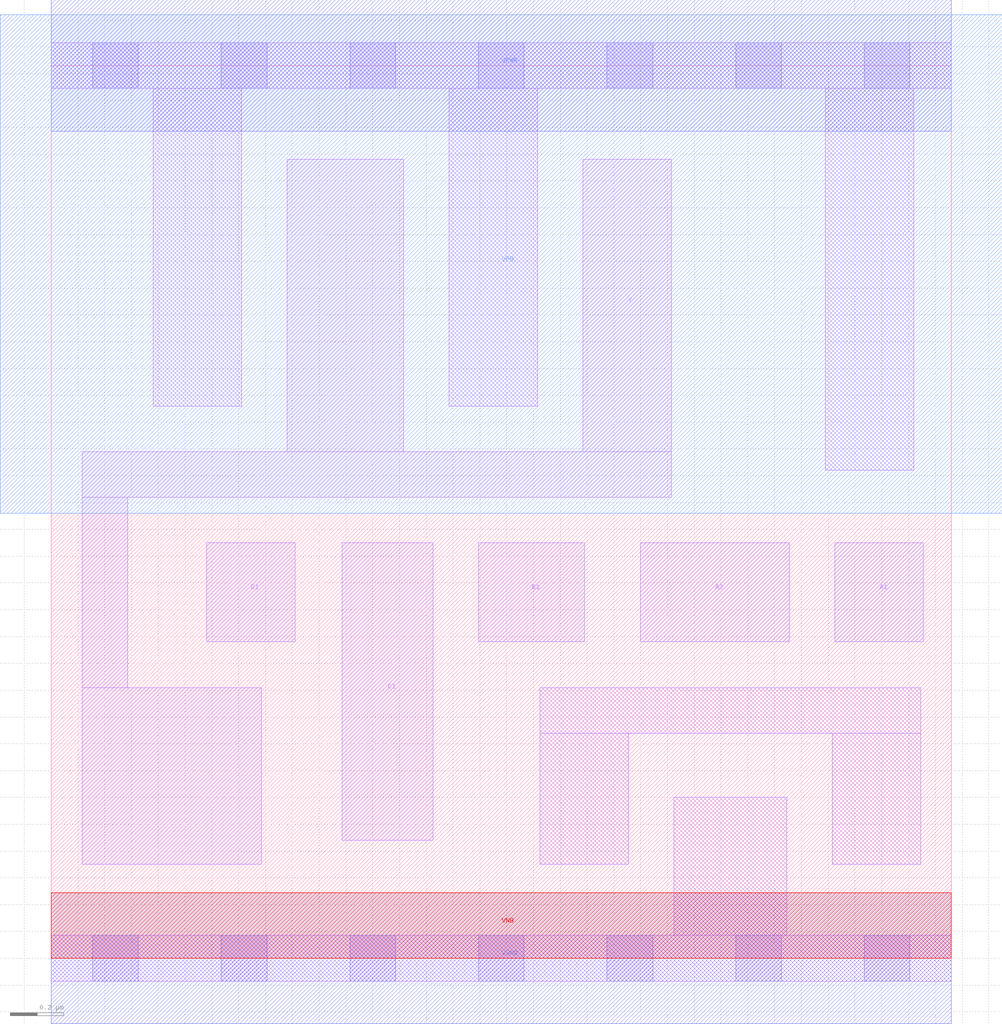
<source format=lef>
# Copyright 2020 The SkyWater PDK Authors
#
# Licensed under the Apache License, Version 2.0 (the "License");
# you may not use this file except in compliance with the License.
# You may obtain a copy of the License at
#
#     https://www.apache.org/licenses/LICENSE-2.0
#
# Unless required by applicable law or agreed to in writing, software
# distributed under the License is distributed on an "AS IS" BASIS,
# WITHOUT WARRANTIES OR CONDITIONS OF ANY KIND, either express or implied.
# See the License for the specific language governing permissions and
# limitations under the License.
#
# SPDX-License-Identifier: Apache-2.0

VERSION 5.7 ;
  NOWIREEXTENSIONATPIN ON ;
  DIVIDERCHAR "/" ;
  BUSBITCHARS "[]" ;
MACRO sky130_fd_sc_ls__o2111ai_1
  CLASS CORE ;
  FOREIGN sky130_fd_sc_ls__o2111ai_1 ;
  ORIGIN  0.000000  0.000000 ;
  SIZE  3.360000 BY  3.330000 ;
  SYMMETRY X Y ;
  SITE unit ;
  PIN A1
    ANTENNAGATEAREA  0.279000 ;
    DIRECTION INPUT ;
    USE SIGNAL ;
    PORT
      LAYER li1 ;
        RECT 2.925000 1.180000 3.255000 1.550000 ;
    END
  END A1
  PIN A2
    ANTENNAGATEAREA  0.279000 ;
    DIRECTION INPUT ;
    USE SIGNAL ;
    PORT
      LAYER li1 ;
        RECT 2.200000 1.180000 2.755000 1.550000 ;
    END
  END A2
  PIN B1
    ANTENNAGATEAREA  0.279000 ;
    DIRECTION INPUT ;
    USE SIGNAL ;
    PORT
      LAYER li1 ;
        RECT 1.595000 1.180000 1.990000 1.550000 ;
    END
  END B1
  PIN C1
    ANTENNAGATEAREA  0.279000 ;
    DIRECTION INPUT ;
    USE SIGNAL ;
    PORT
      LAYER li1 ;
        RECT 1.085000 0.440000 1.425000 1.550000 ;
    END
  END C1
  PIN D1
    ANTENNAGATEAREA  0.279000 ;
    DIRECTION INPUT ;
    USE SIGNAL ;
    PORT
      LAYER li1 ;
        RECT 0.580000 1.180000 0.910000 1.550000 ;
    END
  END D1
  PIN VNB
    PORT
      LAYER pwell ;
        RECT 0.000000 0.000000 3.360000 0.245000 ;
    END
  END VNB
  PIN VPB
    PORT
      LAYER nwell ;
        RECT -0.190000 1.660000 3.550000 3.520000 ;
    END
  END VPB
  PIN Y
    ANTENNADIFFAREA  1.162500 ;
    DIRECTION OUTPUT ;
    USE SIGNAL ;
    PORT
      LAYER li1 ;
        RECT 0.115000 0.350000 0.785000 1.010000 ;
        RECT 0.115000 1.010000 0.285000 1.720000 ;
        RECT 0.115000 1.720000 2.315000 1.890000 ;
        RECT 0.880000 1.890000 1.315000 2.980000 ;
        RECT 1.985000 1.890000 2.315000 2.980000 ;
    END
  END Y
  PIN VGND
    DIRECTION INOUT ;
    SHAPE ABUTMENT ;
    USE GROUND ;
    PORT
      LAYER met1 ;
        RECT 0.000000 -0.245000 3.360000 0.245000 ;
    END
  END VGND
  PIN VPWR
    DIRECTION INOUT ;
    SHAPE ABUTMENT ;
    USE POWER ;
    PORT
      LAYER met1 ;
        RECT 0.000000 3.085000 3.360000 3.575000 ;
    END
  END VPWR
  OBS
    LAYER li1 ;
      RECT 0.000000 -0.085000 3.360000 0.085000 ;
      RECT 0.000000  3.245000 3.360000 3.415000 ;
      RECT 0.380000  2.060000 0.710000 3.245000 ;
      RECT 1.485000  2.060000 1.815000 3.245000 ;
      RECT 1.825000  0.350000 2.155000 0.840000 ;
      RECT 1.825000  0.840000 3.245000 1.010000 ;
      RECT 2.325000  0.085000 2.745000 0.600000 ;
      RECT 2.890000  1.820000 3.220000 3.245000 ;
      RECT 2.915000  0.350000 3.245000 0.840000 ;
    LAYER mcon ;
      RECT 0.155000 -0.085000 0.325000 0.085000 ;
      RECT 0.155000  3.245000 0.325000 3.415000 ;
      RECT 0.635000 -0.085000 0.805000 0.085000 ;
      RECT 0.635000  3.245000 0.805000 3.415000 ;
      RECT 1.115000 -0.085000 1.285000 0.085000 ;
      RECT 1.115000  3.245000 1.285000 3.415000 ;
      RECT 1.595000 -0.085000 1.765000 0.085000 ;
      RECT 1.595000  3.245000 1.765000 3.415000 ;
      RECT 2.075000 -0.085000 2.245000 0.085000 ;
      RECT 2.075000  3.245000 2.245000 3.415000 ;
      RECT 2.555000 -0.085000 2.725000 0.085000 ;
      RECT 2.555000  3.245000 2.725000 3.415000 ;
      RECT 3.035000 -0.085000 3.205000 0.085000 ;
      RECT 3.035000  3.245000 3.205000 3.415000 ;
  END
END sky130_fd_sc_ls__o2111ai_1
END LIBRARY

</source>
